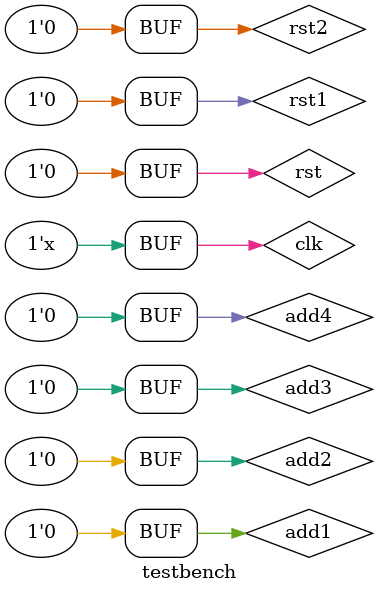
<source format=v>
`timescale 1ns / 1ps


module testbench;

	// Inputs
	reg add1;
	reg add2;
	reg add3;
	reg add4;
	reg rst1;
	reg rst2;
	reg rst;
	reg clk;

	// Outputs
	wire [6:0] led_seg;
	wire [3:0] val1;
	wire [3:0] val2;
	wire [3:0] val3;
	wire [3:0] val4;

	// Instantiate the Unit Under Test (UUT)
	parking_meter uut (
		.add1(add1), 
		.add2(add2), 
		.add3(add3), 
		.add4(add4), 
		.rst1(rst1), 
		.rst2(rst2), 
		.rst(rst), 
		.clk(clk), 
		.led_seg(led_seg),
		.val1(val1),
		.val2(val2),
		.val3(val3),
		.val4(val4)
	);

	initial begin
		// Initialize Inputs
		add1 = 0;
		add2 = 0;
		add3 = 0;
		add4 = 0;
		rst1 = 0;
		rst2 = 0;
		rst = 0;
		clk = 0;

		// Wait 100 ns for global reset to finish
		#100;
      rst = 1;
		#50000000;
		rst = 0;
		#50000000;
		add2 = 1;
		#50000000;
		add2 = 0;
		#50000000;
		#50000000;
		#50000000;
		#50000000;
		rst1 = 1;
		#50000000;
		rst1 = 0;
		#50000000;
		rst2 = 1;
		#50000000;
		rst2 = 0;
		#50000000;
		add1 = 1;
		#50000000;
		add1 = 0;
	end
	
	always begin
		#50000000;    //100 hz
		clk = ~clk;
	end 
endmodule


</source>
